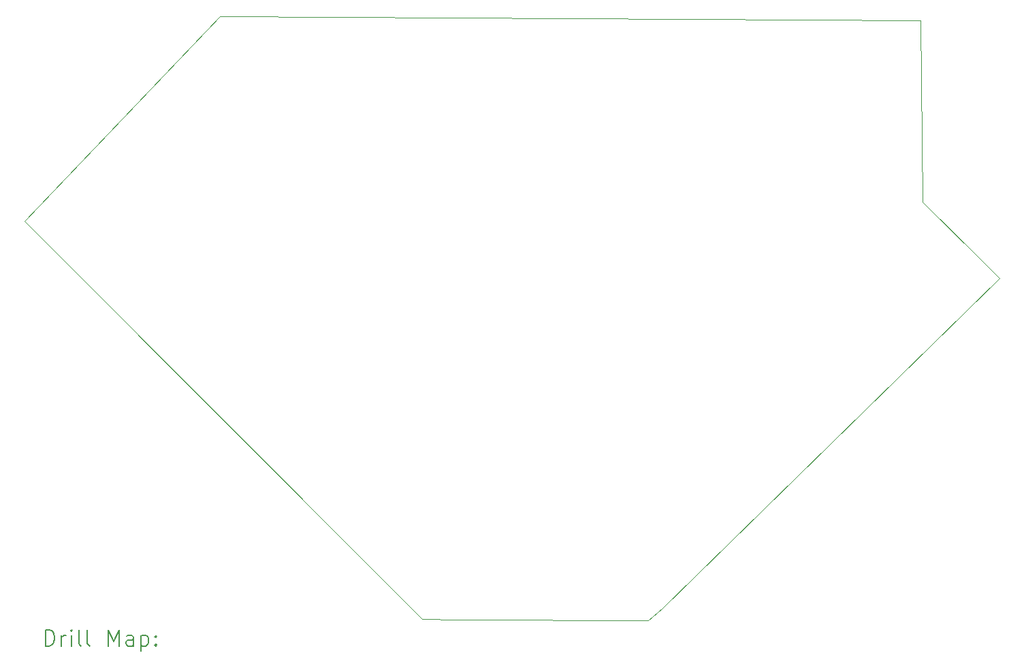
<source format=gbr>
%TF.GenerationSoftware,KiCad,Pcbnew,7.0.10*%
%TF.CreationDate,2025-06-24T14:49:32+02:00*%
%TF.ProjectId,BQ2xxxx,42513278-7878-4782-9e6b-696361645f70,rev?*%
%TF.SameCoordinates,Original*%
%TF.FileFunction,Drillmap*%
%TF.FilePolarity,Positive*%
%FSLAX45Y45*%
G04 Gerber Fmt 4.5, Leading zero omitted, Abs format (unit mm)*
G04 Created by KiCad (PCBNEW 7.0.10) date 2025-06-24 14:49:32*
%MOMM*%
%LPD*%
G01*
G04 APERTURE LIST*
%ADD10C,0.100000*%
%ADD11C,0.200000*%
G04 APERTURE END LIST*
D10*
X14210000Y-15910000D02*
X13760000Y-15900000D01*
X16570000Y-15920000D02*
X14210000Y-15910000D01*
X16750000Y-15770000D02*
X16570000Y-15920000D01*
X20940000Y-11660000D02*
X16750000Y-15770000D01*
X20700000Y-11420000D02*
X20940000Y-11660000D01*
X19980000Y-10710000D02*
X20700000Y-11420000D01*
X19960000Y-8450000D02*
X19980000Y-10710000D01*
X11250000Y-8400000D02*
X19960000Y-8450000D01*
X8820000Y-10950000D02*
X11250000Y-8400000D01*
X13760000Y-15900000D02*
X8820000Y-10950000D01*
D11*
X9075777Y-16236484D02*
X9075777Y-16036484D01*
X9075777Y-16036484D02*
X9123396Y-16036484D01*
X9123396Y-16036484D02*
X9151967Y-16046008D01*
X9151967Y-16046008D02*
X9171015Y-16065055D01*
X9171015Y-16065055D02*
X9180539Y-16084103D01*
X9180539Y-16084103D02*
X9190063Y-16122198D01*
X9190063Y-16122198D02*
X9190063Y-16150769D01*
X9190063Y-16150769D02*
X9180539Y-16188865D01*
X9180539Y-16188865D02*
X9171015Y-16207912D01*
X9171015Y-16207912D02*
X9151967Y-16226960D01*
X9151967Y-16226960D02*
X9123396Y-16236484D01*
X9123396Y-16236484D02*
X9075777Y-16236484D01*
X9275777Y-16236484D02*
X9275777Y-16103150D01*
X9275777Y-16141246D02*
X9285301Y-16122198D01*
X9285301Y-16122198D02*
X9294824Y-16112674D01*
X9294824Y-16112674D02*
X9313872Y-16103150D01*
X9313872Y-16103150D02*
X9332920Y-16103150D01*
X9399586Y-16236484D02*
X9399586Y-16103150D01*
X9399586Y-16036484D02*
X9390063Y-16046008D01*
X9390063Y-16046008D02*
X9399586Y-16055531D01*
X9399586Y-16055531D02*
X9409110Y-16046008D01*
X9409110Y-16046008D02*
X9399586Y-16036484D01*
X9399586Y-16036484D02*
X9399586Y-16055531D01*
X9523396Y-16236484D02*
X9504348Y-16226960D01*
X9504348Y-16226960D02*
X9494824Y-16207912D01*
X9494824Y-16207912D02*
X9494824Y-16036484D01*
X9628158Y-16236484D02*
X9609110Y-16226960D01*
X9609110Y-16226960D02*
X9599586Y-16207912D01*
X9599586Y-16207912D02*
X9599586Y-16036484D01*
X9856729Y-16236484D02*
X9856729Y-16036484D01*
X9856729Y-16036484D02*
X9923396Y-16179341D01*
X9923396Y-16179341D02*
X9990063Y-16036484D01*
X9990063Y-16036484D02*
X9990063Y-16236484D01*
X10171015Y-16236484D02*
X10171015Y-16131722D01*
X10171015Y-16131722D02*
X10161491Y-16112674D01*
X10161491Y-16112674D02*
X10142444Y-16103150D01*
X10142444Y-16103150D02*
X10104348Y-16103150D01*
X10104348Y-16103150D02*
X10085301Y-16112674D01*
X10171015Y-16226960D02*
X10151967Y-16236484D01*
X10151967Y-16236484D02*
X10104348Y-16236484D01*
X10104348Y-16236484D02*
X10085301Y-16226960D01*
X10085301Y-16226960D02*
X10075777Y-16207912D01*
X10075777Y-16207912D02*
X10075777Y-16188865D01*
X10075777Y-16188865D02*
X10085301Y-16169817D01*
X10085301Y-16169817D02*
X10104348Y-16160293D01*
X10104348Y-16160293D02*
X10151967Y-16160293D01*
X10151967Y-16160293D02*
X10171015Y-16150769D01*
X10266253Y-16103150D02*
X10266253Y-16303150D01*
X10266253Y-16112674D02*
X10285301Y-16103150D01*
X10285301Y-16103150D02*
X10323396Y-16103150D01*
X10323396Y-16103150D02*
X10342444Y-16112674D01*
X10342444Y-16112674D02*
X10351967Y-16122198D01*
X10351967Y-16122198D02*
X10361491Y-16141246D01*
X10361491Y-16141246D02*
X10361491Y-16198388D01*
X10361491Y-16198388D02*
X10351967Y-16217436D01*
X10351967Y-16217436D02*
X10342444Y-16226960D01*
X10342444Y-16226960D02*
X10323396Y-16236484D01*
X10323396Y-16236484D02*
X10285301Y-16236484D01*
X10285301Y-16236484D02*
X10266253Y-16226960D01*
X10447205Y-16217436D02*
X10456729Y-16226960D01*
X10456729Y-16226960D02*
X10447205Y-16236484D01*
X10447205Y-16236484D02*
X10437682Y-16226960D01*
X10437682Y-16226960D02*
X10447205Y-16217436D01*
X10447205Y-16217436D02*
X10447205Y-16236484D01*
X10447205Y-16112674D02*
X10456729Y-16122198D01*
X10456729Y-16122198D02*
X10447205Y-16131722D01*
X10447205Y-16131722D02*
X10437682Y-16122198D01*
X10437682Y-16122198D02*
X10447205Y-16112674D01*
X10447205Y-16112674D02*
X10447205Y-16131722D01*
M02*

</source>
